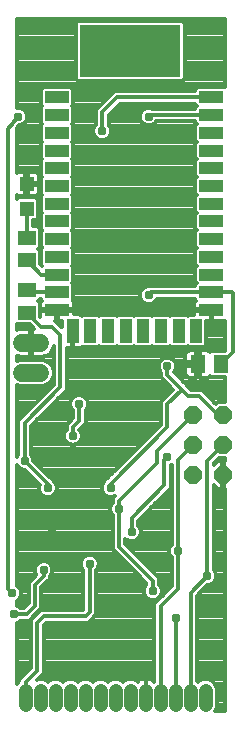
<source format=gbl>
G75*
%MOIN*%
%OFA0B0*%
%FSLAX25Y25*%
%IPPOS*%
%LPD*%
%AMOC8*
5,1,8,0,0,1.08239X$1,22.5*
%
%ADD10R,0.33600X0.17500*%
%ADD11OC8,0.06000*%
%ADD12C,0.04756*%
%ADD13C,0.06000*%
%ADD14R,0.07874X0.03937*%
%ADD15R,0.03937X0.07874*%
%ADD16R,0.05118X0.05906*%
%ADD17R,0.05906X0.05118*%
%ADD18R,0.04724X0.04724*%
%ADD19C,0.01400*%
%ADD20C,0.02900*%
%ADD21C,0.03100*%
D10*
X0063394Y0241730D03*
D11*
X0084350Y0120406D03*
X0084350Y0110406D03*
X0084350Y0100406D03*
X0094350Y0100406D03*
X0094350Y0110406D03*
X0094350Y0120406D03*
D12*
X0088559Y0028471D02*
X0088559Y0023715D01*
X0083559Y0023715D02*
X0083559Y0028471D01*
X0078559Y0028471D02*
X0078559Y0023715D01*
X0073559Y0023715D02*
X0073559Y0028471D01*
X0068559Y0028471D02*
X0068559Y0023715D01*
X0063559Y0023715D02*
X0063559Y0028471D01*
X0058559Y0028471D02*
X0058559Y0023715D01*
X0053559Y0023715D02*
X0053559Y0028471D01*
X0048559Y0028471D02*
X0048559Y0023715D01*
X0043559Y0023715D02*
X0043559Y0028471D01*
X0038559Y0028471D02*
X0038559Y0023715D01*
X0033559Y0023715D02*
X0033559Y0028471D01*
X0028559Y0028471D02*
X0028559Y0023715D01*
D13*
X0027439Y0134479D02*
X0033439Y0134479D01*
X0033439Y0144479D02*
X0027439Y0144479D01*
D14*
X0039042Y0155391D03*
X0039042Y0161297D03*
X0039042Y0167202D03*
X0039042Y0173108D03*
X0039042Y0179013D03*
X0039042Y0184919D03*
X0039042Y0190824D03*
X0039042Y0196730D03*
X0039042Y0202635D03*
X0039042Y0208541D03*
X0039042Y0214446D03*
X0039042Y0220352D03*
X0039042Y0226257D03*
X0090448Y0226257D03*
X0090448Y0220352D03*
X0090448Y0214446D03*
X0090448Y0208541D03*
X0090448Y0202635D03*
X0090448Y0196730D03*
X0090448Y0190824D03*
X0090448Y0184919D03*
X0090448Y0179013D03*
X0090448Y0173108D03*
X0090448Y0167202D03*
X0090448Y0161297D03*
X0090448Y0155391D03*
D15*
X0085448Y0148344D03*
X0079542Y0148344D03*
X0073637Y0148344D03*
X0067731Y0148344D03*
X0061826Y0148344D03*
X0055920Y0148344D03*
X0050015Y0148344D03*
X0044161Y0148344D03*
D16*
X0086054Y0137365D03*
X0093535Y0137365D03*
D17*
X0028979Y0154540D03*
X0028979Y0162020D03*
X0028909Y0172040D03*
X0028909Y0179520D03*
D18*
X0028894Y0189146D03*
X0028894Y0197414D03*
D19*
X0029376Y0197288D02*
X0033705Y0197288D01*
X0032957Y0196933D02*
X0032957Y0194828D01*
X0032841Y0194395D01*
X0032617Y0194008D01*
X0032300Y0193691D01*
X0031913Y0193468D01*
X0031480Y0193352D01*
X0029376Y0193352D01*
X0029376Y0196933D01*
X0029376Y0197895D01*
X0032957Y0197895D01*
X0032957Y0200000D01*
X0032841Y0200432D01*
X0032617Y0200820D01*
X0032300Y0201136D01*
X0031913Y0201360D01*
X0031480Y0201476D01*
X0029376Y0201476D01*
X0029376Y0197895D01*
X0028413Y0197895D01*
X0028413Y0201476D01*
X0026308Y0201476D01*
X0025876Y0201360D01*
X0025554Y0201174D01*
X0025554Y0215952D01*
X0026370Y0216930D01*
X0026681Y0216930D01*
X0027765Y0217379D01*
X0028595Y0218209D01*
X0029044Y0219293D01*
X0029044Y0220467D01*
X0028595Y0221551D01*
X0027765Y0222381D01*
X0026681Y0222830D01*
X0025554Y0222830D01*
X0025554Y0252337D01*
X0094894Y0252337D01*
X0094894Y0229626D01*
X0085931Y0229626D01*
X0085111Y0228806D01*
X0085111Y0228357D01*
X0058202Y0228357D01*
X0056972Y0227127D01*
X0051994Y0222150D01*
X0051994Y0217052D01*
X0051594Y0216651D01*
X0051144Y0215567D01*
X0051144Y0214393D01*
X0051594Y0213309D01*
X0052423Y0212479D01*
X0053508Y0212030D01*
X0054681Y0212030D01*
X0055765Y0212479D01*
X0056595Y0213309D01*
X0057044Y0214393D01*
X0057044Y0215567D01*
X0056595Y0216651D01*
X0056194Y0217052D01*
X0056194Y0220410D01*
X0059941Y0224157D01*
X0085111Y0224157D01*
X0085111Y0223709D01*
X0085515Y0223304D01*
X0085111Y0222900D01*
X0085111Y0222452D01*
X0070995Y0222452D01*
X0070081Y0222830D01*
X0068908Y0222830D01*
X0067823Y0222381D01*
X0066994Y0221551D01*
X0066544Y0220467D01*
X0066544Y0219293D01*
X0066994Y0218209D01*
X0067823Y0217379D01*
X0068908Y0216930D01*
X0070081Y0216930D01*
X0071165Y0217379D01*
X0071995Y0218209D01*
X0072013Y0218252D01*
X0085111Y0218252D01*
X0085111Y0217803D01*
X0085515Y0217399D01*
X0085111Y0216995D01*
X0085111Y0211898D01*
X0085515Y0211493D01*
X0085111Y0211089D01*
X0085111Y0205992D01*
X0085515Y0205588D01*
X0085111Y0205184D01*
X0085111Y0200087D01*
X0085515Y0199682D01*
X0085111Y0199278D01*
X0085111Y0194181D01*
X0085515Y0193777D01*
X0085111Y0193373D01*
X0085111Y0188276D01*
X0085515Y0187871D01*
X0085111Y0187467D01*
X0085111Y0182370D01*
X0085515Y0181966D01*
X0085111Y0181561D01*
X0085111Y0176465D01*
X0085515Y0176060D01*
X0085111Y0175656D01*
X0085111Y0170559D01*
X0085515Y0170155D01*
X0085111Y0169750D01*
X0085111Y0164654D01*
X0085515Y0164249D01*
X0085111Y0163845D01*
X0085111Y0163397D01*
X0069541Y0163397D01*
X0069475Y0163330D01*
X0068908Y0163330D01*
X0067823Y0162881D01*
X0066994Y0162051D01*
X0066544Y0160967D01*
X0066544Y0159793D01*
X0066994Y0158709D01*
X0067823Y0157879D01*
X0068908Y0157430D01*
X0070081Y0157430D01*
X0071165Y0157879D01*
X0071995Y0158709D01*
X0072197Y0159197D01*
X0085111Y0159197D01*
X0085111Y0158748D01*
X0085303Y0158556D01*
X0085151Y0158403D01*
X0084927Y0158016D01*
X0084811Y0157583D01*
X0084811Y0155675D01*
X0090164Y0155675D01*
X0090164Y0155107D01*
X0090732Y0155107D01*
X0090732Y0151723D01*
X0094609Y0151723D01*
X0094894Y0151799D01*
X0094894Y0141718D01*
X0090396Y0141718D01*
X0089998Y0141320D01*
X0089974Y0141362D01*
X0089657Y0141678D01*
X0089269Y0141902D01*
X0088837Y0142018D01*
X0086634Y0142018D01*
X0086634Y0137945D01*
X0085475Y0137945D01*
X0085475Y0142018D01*
X0083271Y0142018D01*
X0082839Y0141902D01*
X0082451Y0141678D01*
X0082135Y0141362D01*
X0081911Y0140974D01*
X0081795Y0140542D01*
X0081795Y0137945D01*
X0085475Y0137945D01*
X0085475Y0136786D01*
X0081795Y0136786D01*
X0081795Y0134188D01*
X0081911Y0133756D01*
X0082135Y0133368D01*
X0082451Y0133052D01*
X0082839Y0132828D01*
X0083271Y0132712D01*
X0085475Y0132712D01*
X0085475Y0136785D01*
X0086634Y0136785D01*
X0086634Y0132712D01*
X0088837Y0132712D01*
X0089269Y0132828D01*
X0089657Y0133052D01*
X0089974Y0133368D01*
X0089998Y0133410D01*
X0090396Y0133012D01*
X0094894Y0133012D01*
X0094894Y0124806D01*
X0092527Y0124806D01*
X0091883Y0124162D01*
X0088394Y0127650D01*
X0087164Y0128880D01*
X0083664Y0128880D01*
X0081564Y0130980D01*
X0077965Y0134579D01*
X0078295Y0134909D01*
X0078744Y0135993D01*
X0078744Y0137167D01*
X0078295Y0138251D01*
X0077465Y0139081D01*
X0076381Y0139530D01*
X0075208Y0139530D01*
X0074123Y0139081D01*
X0073294Y0138251D01*
X0072844Y0137167D01*
X0072844Y0135993D01*
X0073294Y0134909D01*
X0073694Y0134508D01*
X0073694Y0132910D01*
X0077725Y0128880D01*
X0073694Y0124850D01*
X0073694Y0117150D01*
X0054794Y0098250D01*
X0054794Y0098052D01*
X0054394Y0097651D01*
X0053944Y0096567D01*
X0053944Y0095393D01*
X0054394Y0094309D01*
X0055223Y0093479D01*
X0056308Y0093030D01*
X0057481Y0093030D01*
X0058323Y0093379D01*
X0057594Y0092650D01*
X0057594Y0091052D01*
X0057194Y0090651D01*
X0056744Y0089567D01*
X0056744Y0088393D01*
X0057194Y0087309D01*
X0057594Y0086908D01*
X0057594Y0075510D01*
X0058825Y0074280D01*
X0068794Y0064310D01*
X0068794Y0063752D01*
X0068394Y0063351D01*
X0067944Y0062267D01*
X0067944Y0061093D01*
X0068394Y0060009D01*
X0069223Y0059179D01*
X0070308Y0058730D01*
X0071481Y0058730D01*
X0072565Y0059179D01*
X0073395Y0060009D01*
X0073844Y0061093D01*
X0073844Y0062267D01*
X0073395Y0063351D01*
X0072994Y0063752D01*
X0072994Y0066050D01*
X0061794Y0077250D01*
X0061794Y0079208D01*
X0062223Y0078779D01*
X0063308Y0078330D01*
X0064481Y0078330D01*
X0065565Y0078779D01*
X0066395Y0079609D01*
X0066844Y0080693D01*
X0066844Y0081867D01*
X0066395Y0082951D01*
X0065994Y0083352D01*
X0065994Y0085210D01*
X0075664Y0094880D01*
X0075664Y0094880D01*
X0076894Y0096110D01*
X0076894Y0103743D01*
X0077194Y0103867D01*
X0077194Y0077052D01*
X0076794Y0076651D01*
X0076344Y0075567D01*
X0076344Y0074393D01*
X0076794Y0073309D01*
X0077194Y0072908D01*
X0077194Y0063250D01*
X0071459Y0057514D01*
X0071459Y0031690D01*
X0071419Y0031673D01*
X0071271Y0031526D01*
X0071216Y0031581D01*
X0070696Y0031958D01*
X0070124Y0032250D01*
X0069514Y0032448D01*
X0068880Y0032549D01*
X0068559Y0032549D01*
X0068559Y0026093D01*
X0068559Y0026093D01*
X0068559Y0032549D01*
X0068238Y0032549D01*
X0067604Y0032448D01*
X0066994Y0032250D01*
X0066422Y0031958D01*
X0065902Y0031581D01*
X0065847Y0031526D01*
X0065699Y0031673D01*
X0064310Y0032249D01*
X0062807Y0032249D01*
X0061419Y0031673D01*
X0061059Y0031313D01*
X0060699Y0031673D01*
X0059310Y0032249D01*
X0057807Y0032249D01*
X0056419Y0031673D01*
X0056059Y0031313D01*
X0055699Y0031673D01*
X0054310Y0032249D01*
X0052807Y0032249D01*
X0051419Y0031673D01*
X0051059Y0031313D01*
X0050699Y0031673D01*
X0049310Y0032249D01*
X0047807Y0032249D01*
X0046419Y0031673D01*
X0046059Y0031313D01*
X0045699Y0031673D01*
X0044310Y0032249D01*
X0042807Y0032249D01*
X0041419Y0031673D01*
X0041059Y0031313D01*
X0040699Y0031673D01*
X0039310Y0032249D01*
X0037807Y0032249D01*
X0036419Y0031673D01*
X0036059Y0031313D01*
X0035699Y0031673D01*
X0034310Y0032249D01*
X0032807Y0032249D01*
X0032338Y0032054D01*
X0033264Y0032980D01*
X0034494Y0034210D01*
X0034494Y0050310D01*
X0035364Y0051180D01*
X0049364Y0051180D01*
X0050594Y0052410D01*
X0051994Y0053810D01*
X0051994Y0068708D01*
X0052395Y0069109D01*
X0052844Y0070193D01*
X0052844Y0071367D01*
X0052395Y0072451D01*
X0051565Y0073281D01*
X0050481Y0073730D01*
X0049308Y0073730D01*
X0048223Y0073281D01*
X0047394Y0072451D01*
X0046944Y0071367D01*
X0046944Y0070193D01*
X0047394Y0069109D01*
X0047794Y0068708D01*
X0047794Y0055550D01*
X0047625Y0055380D01*
X0033625Y0055380D01*
X0030294Y0052050D01*
X0030294Y0035950D01*
X0026459Y0032114D01*
X0026459Y0031690D01*
X0026419Y0031673D01*
X0025554Y0030809D01*
X0025554Y0051143D01*
X0026365Y0051479D01*
X0026766Y0051880D01*
X0029764Y0051880D01*
X0030994Y0053110D01*
X0033794Y0055910D01*
X0033794Y0062910D01*
X0036594Y0065710D01*
X0036594Y0066608D01*
X0036995Y0067009D01*
X0037444Y0068093D01*
X0037444Y0069267D01*
X0036995Y0070351D01*
X0036165Y0071181D01*
X0035081Y0071630D01*
X0033908Y0071630D01*
X0032823Y0071181D01*
X0031994Y0070351D01*
X0031544Y0069267D01*
X0031544Y0068093D01*
X0031982Y0067037D01*
X0030825Y0065880D01*
X0029594Y0064650D01*
X0029594Y0057650D01*
X0028025Y0056080D01*
X0026766Y0056080D01*
X0026365Y0056481D01*
X0025554Y0056817D01*
X0025554Y0058433D01*
X0025665Y0058479D01*
X0026495Y0059309D01*
X0026944Y0060393D01*
X0026944Y0061567D01*
X0026495Y0062651D01*
X0025665Y0063481D01*
X0025554Y0063527D01*
X0025554Y0103745D01*
X0025694Y0103409D01*
X0026523Y0102579D01*
X0027608Y0102130D01*
X0028175Y0102130D01*
X0033177Y0097128D01*
X0032944Y0096567D01*
X0032944Y0095393D01*
X0033394Y0094309D01*
X0034223Y0093479D01*
X0035308Y0093030D01*
X0036481Y0093030D01*
X0037565Y0093479D01*
X0038395Y0094309D01*
X0038844Y0095393D01*
X0038844Y0096567D01*
X0038395Y0097651D01*
X0037994Y0098052D01*
X0037994Y0098250D01*
X0031144Y0105100D01*
X0031144Y0105667D01*
X0030695Y0106751D01*
X0030294Y0107152D01*
X0030294Y0116810D01*
X0040964Y0127480D01*
X0042194Y0128710D01*
X0042194Y0142707D01*
X0043876Y0142707D01*
X0043876Y0148059D01*
X0044445Y0148059D01*
X0044445Y0142707D01*
X0046353Y0142707D01*
X0046785Y0142823D01*
X0047173Y0143046D01*
X0047300Y0143173D01*
X0047466Y0143007D01*
X0052563Y0143007D01*
X0052968Y0143411D01*
X0053372Y0143007D01*
X0058469Y0143007D01*
X0058873Y0143411D01*
X0059277Y0143007D01*
X0064374Y0143007D01*
X0064779Y0143411D01*
X0065183Y0143007D01*
X0070280Y0143007D01*
X0070684Y0143411D01*
X0071089Y0143007D01*
X0076185Y0143007D01*
X0076590Y0143411D01*
X0076994Y0143007D01*
X0082091Y0143007D01*
X0082495Y0143411D01*
X0082900Y0143007D01*
X0087996Y0143007D01*
X0088816Y0143827D01*
X0088816Y0151723D01*
X0090164Y0151723D01*
X0090164Y0155107D01*
X0084811Y0155107D01*
X0084811Y0153681D01*
X0082900Y0153681D01*
X0082495Y0153276D01*
X0082091Y0153681D01*
X0076994Y0153681D01*
X0076590Y0153276D01*
X0076185Y0153681D01*
X0071089Y0153681D01*
X0070684Y0153276D01*
X0070280Y0153681D01*
X0065183Y0153681D01*
X0064779Y0153276D01*
X0064374Y0153681D01*
X0059277Y0153681D01*
X0058873Y0153276D01*
X0058469Y0153681D01*
X0053372Y0153681D01*
X0052968Y0153276D01*
X0052563Y0153681D01*
X0047466Y0153681D01*
X0047300Y0153514D01*
X0047173Y0153641D01*
X0046785Y0153865D01*
X0046353Y0153981D01*
X0044679Y0153981D01*
X0044679Y0155107D01*
X0039327Y0155107D01*
X0039327Y0155675D01*
X0044679Y0155675D01*
X0044679Y0157583D01*
X0044564Y0158016D01*
X0044340Y0158403D01*
X0044187Y0158556D01*
X0044379Y0158748D01*
X0044379Y0163845D01*
X0043975Y0164249D01*
X0044379Y0164654D01*
X0044379Y0169750D01*
X0043975Y0170155D01*
X0044379Y0170559D01*
X0044379Y0175656D01*
X0043975Y0176060D01*
X0044379Y0176465D01*
X0044379Y0181561D01*
X0043975Y0181966D01*
X0044379Y0182370D01*
X0044379Y0187467D01*
X0043975Y0187871D01*
X0044379Y0188276D01*
X0044379Y0193373D01*
X0043975Y0193777D01*
X0044379Y0194181D01*
X0044379Y0199278D01*
X0043975Y0199682D01*
X0044379Y0200087D01*
X0044379Y0205184D01*
X0043975Y0205588D01*
X0044379Y0205992D01*
X0044379Y0211089D01*
X0043975Y0211493D01*
X0044379Y0211898D01*
X0044379Y0216995D01*
X0043975Y0217399D01*
X0044379Y0217803D01*
X0044379Y0222900D01*
X0043975Y0223304D01*
X0044379Y0223709D01*
X0044379Y0228806D01*
X0043559Y0229626D01*
X0034526Y0229626D01*
X0033705Y0228806D01*
X0033705Y0223709D01*
X0034110Y0223304D01*
X0033705Y0222900D01*
X0033705Y0217803D01*
X0034110Y0217399D01*
X0033705Y0216995D01*
X0033705Y0211898D01*
X0034110Y0211493D01*
X0033705Y0211089D01*
X0033705Y0205992D01*
X0034110Y0205588D01*
X0033705Y0205184D01*
X0033705Y0200087D01*
X0034110Y0199682D01*
X0033705Y0199278D01*
X0033705Y0194181D01*
X0034110Y0193777D01*
X0033705Y0193373D01*
X0033705Y0188276D01*
X0034110Y0187871D01*
X0033705Y0187467D01*
X0033705Y0182370D01*
X0034110Y0181966D01*
X0033705Y0181561D01*
X0033705Y0176465D01*
X0034110Y0176060D01*
X0033705Y0175656D01*
X0033705Y0170559D01*
X0034110Y0170155D01*
X0033937Y0169982D01*
X0033262Y0170657D01*
X0033262Y0175179D01*
X0032661Y0175780D01*
X0033262Y0176381D01*
X0033262Y0182659D01*
X0032442Y0183479D01*
X0031009Y0183479D01*
X0031009Y0185384D01*
X0031837Y0185384D01*
X0032657Y0186204D01*
X0032657Y0192088D01*
X0031837Y0192908D01*
X0025952Y0192908D01*
X0025554Y0192510D01*
X0025554Y0193653D01*
X0025876Y0193468D01*
X0026308Y0193352D01*
X0028413Y0193352D01*
X0028413Y0196933D01*
X0029376Y0196933D01*
X0032957Y0196933D01*
X0032957Y0195889D02*
X0033705Y0195889D01*
X0033705Y0194491D02*
X0032866Y0194491D01*
X0033705Y0193092D02*
X0025554Y0193092D01*
X0028413Y0194491D02*
X0029376Y0194491D01*
X0029376Y0195889D02*
X0028413Y0195889D01*
X0028413Y0198686D02*
X0029376Y0198686D01*
X0029376Y0200085D02*
X0028413Y0200085D01*
X0025554Y0201484D02*
X0033705Y0201484D01*
X0033705Y0202882D02*
X0025554Y0202882D01*
X0025554Y0204281D02*
X0033705Y0204281D01*
X0034019Y0205679D02*
X0025554Y0205679D01*
X0025554Y0207078D02*
X0033705Y0207078D01*
X0033705Y0208476D02*
X0025554Y0208476D01*
X0025554Y0209875D02*
X0033705Y0209875D01*
X0033889Y0211273D02*
X0025554Y0211273D01*
X0025554Y0212672D02*
X0033705Y0212672D01*
X0033705Y0214070D02*
X0025554Y0214070D01*
X0025554Y0215469D02*
X0033705Y0215469D01*
X0033705Y0216867D02*
X0026317Y0216867D01*
X0026094Y0219880D02*
X0022594Y0215680D01*
X0022594Y0062380D01*
X0023994Y0060980D01*
X0026115Y0063031D02*
X0029594Y0063031D01*
X0029594Y0064429D02*
X0025554Y0064429D01*
X0025554Y0065828D02*
X0030772Y0065828D01*
X0031903Y0067226D02*
X0025554Y0067226D01*
X0025554Y0068625D02*
X0031544Y0068625D01*
X0031858Y0070023D02*
X0025554Y0070023D01*
X0025554Y0071422D02*
X0033405Y0071422D01*
X0034494Y0068680D02*
X0034494Y0066580D01*
X0031694Y0063780D01*
X0031694Y0056780D01*
X0028894Y0053980D01*
X0024694Y0053980D01*
X0025554Y0050444D02*
X0030294Y0050444D01*
X0030294Y0049046D02*
X0025554Y0049046D01*
X0025554Y0047647D02*
X0030294Y0047647D01*
X0030294Y0046249D02*
X0025554Y0046249D01*
X0025554Y0044850D02*
X0030294Y0044850D01*
X0030294Y0043452D02*
X0025554Y0043452D01*
X0025554Y0042053D02*
X0030294Y0042053D01*
X0030294Y0040655D02*
X0025554Y0040655D01*
X0025554Y0039256D02*
X0030294Y0039256D01*
X0030294Y0037858D02*
X0025554Y0037858D01*
X0025554Y0036459D02*
X0030294Y0036459D01*
X0029405Y0035061D02*
X0025554Y0035061D01*
X0025554Y0033662D02*
X0028007Y0033662D01*
X0026608Y0032264D02*
X0025554Y0032264D01*
X0025554Y0030865D02*
X0025611Y0030865D01*
X0028559Y0031245D02*
X0028559Y0026093D01*
X0028559Y0031245D02*
X0032394Y0035080D01*
X0032394Y0051180D01*
X0034494Y0053280D01*
X0048494Y0053280D01*
X0049894Y0054680D01*
X0049894Y0070780D01*
X0047763Y0072820D02*
X0025554Y0072820D01*
X0025554Y0074219D02*
X0058886Y0074219D01*
X0057594Y0075617D02*
X0025554Y0075617D01*
X0025554Y0077016D02*
X0057594Y0077016D01*
X0057594Y0078415D02*
X0025554Y0078415D01*
X0025554Y0079813D02*
X0057594Y0079813D01*
X0057594Y0081212D02*
X0025554Y0081212D01*
X0025554Y0082610D02*
X0057594Y0082610D01*
X0057594Y0084009D02*
X0025554Y0084009D01*
X0025554Y0085407D02*
X0057594Y0085407D01*
X0057594Y0086806D02*
X0025554Y0086806D01*
X0025554Y0088204D02*
X0056823Y0088204D01*
X0056759Y0089603D02*
X0025554Y0089603D01*
X0025554Y0091001D02*
X0057544Y0091001D01*
X0057594Y0092400D02*
X0025554Y0092400D01*
X0025554Y0093798D02*
X0033904Y0093798D01*
X0033026Y0095197D02*
X0025554Y0095197D01*
X0025554Y0096595D02*
X0032956Y0096595D01*
X0032311Y0097994D02*
X0025554Y0097994D01*
X0025554Y0099392D02*
X0030912Y0099392D01*
X0029514Y0100791D02*
X0025554Y0100791D01*
X0025554Y0102189D02*
X0027465Y0102189D01*
X0025619Y0103588D02*
X0025554Y0103588D01*
X0025554Y0106415D02*
X0025554Y0130498D01*
X0026564Y0130079D01*
X0034314Y0130079D01*
X0035932Y0130749D01*
X0037169Y0131987D01*
X0037839Y0133604D01*
X0037839Y0135354D01*
X0037169Y0136972D01*
X0035932Y0138209D01*
X0034314Y0138879D01*
X0026564Y0138879D01*
X0025554Y0138461D01*
X0025554Y0140165D01*
X0025635Y0140124D01*
X0026339Y0139895D01*
X0027069Y0139779D01*
X0030139Y0139779D01*
X0030139Y0144179D01*
X0030739Y0144179D01*
X0030739Y0139779D01*
X0033809Y0139779D01*
X0034540Y0139895D01*
X0035243Y0140124D01*
X0035903Y0140459D01*
X0036501Y0140894D01*
X0037024Y0141417D01*
X0037459Y0142016D01*
X0037795Y0142675D01*
X0037994Y0143289D01*
X0037994Y0130450D01*
X0026094Y0118550D01*
X0026094Y0107152D01*
X0025694Y0106751D01*
X0025554Y0106415D01*
X0025554Y0107783D02*
X0026094Y0107783D01*
X0026094Y0109182D02*
X0025554Y0109182D01*
X0025554Y0110580D02*
X0026094Y0110580D01*
X0026094Y0111979D02*
X0025554Y0111979D01*
X0025554Y0113377D02*
X0026094Y0113377D01*
X0026094Y0114776D02*
X0025554Y0114776D01*
X0025554Y0116174D02*
X0026094Y0116174D01*
X0026094Y0117573D02*
X0025554Y0117573D01*
X0025554Y0118971D02*
X0026516Y0118971D01*
X0025554Y0120370D02*
X0027914Y0120370D01*
X0029313Y0121768D02*
X0025554Y0121768D01*
X0025554Y0123167D02*
X0030711Y0123167D01*
X0032110Y0124565D02*
X0025554Y0124565D01*
X0025554Y0125964D02*
X0033508Y0125964D01*
X0034907Y0127362D02*
X0025554Y0127362D01*
X0025554Y0128761D02*
X0036305Y0128761D01*
X0037704Y0130159D02*
X0034508Y0130159D01*
X0036741Y0131558D02*
X0037994Y0131558D01*
X0037994Y0132956D02*
X0037571Y0132956D01*
X0037839Y0134355D02*
X0037994Y0134355D01*
X0037994Y0135753D02*
X0037674Y0135753D01*
X0037994Y0137152D02*
X0036989Y0137152D01*
X0037994Y0138551D02*
X0035108Y0138551D01*
X0034706Y0139949D02*
X0037994Y0139949D01*
X0037994Y0141348D02*
X0036954Y0141348D01*
X0037818Y0142746D02*
X0037994Y0142746D01*
X0040094Y0147080D02*
X0037294Y0149880D01*
X0033639Y0149880D01*
X0028979Y0154540D01*
X0029969Y0150581D02*
X0031370Y0149179D01*
X0030739Y0149179D01*
X0030739Y0144779D01*
X0030139Y0144779D01*
X0030139Y0149179D01*
X0027069Y0149179D01*
X0026339Y0149063D01*
X0025635Y0148835D01*
X0025554Y0148794D01*
X0025554Y0150581D01*
X0029969Y0150581D01*
X0030811Y0149739D02*
X0025554Y0149739D01*
X0030139Y0148340D02*
X0030739Y0148340D01*
X0030739Y0146942D02*
X0030139Y0146942D01*
X0030139Y0145543D02*
X0030739Y0145543D01*
X0030739Y0144145D02*
X0030139Y0144145D01*
X0030139Y0142746D02*
X0030739Y0142746D01*
X0030739Y0141348D02*
X0030139Y0141348D01*
X0030139Y0139949D02*
X0030739Y0139949D01*
X0026172Y0139949D02*
X0025554Y0139949D01*
X0025554Y0138551D02*
X0025770Y0138551D01*
X0025554Y0130159D02*
X0026370Y0130159D01*
X0028194Y0117680D02*
X0040094Y0129580D01*
X0040094Y0147080D01*
X0040492Y0149652D02*
X0039394Y0150750D01*
X0038422Y0151723D01*
X0038758Y0151723D01*
X0038758Y0155107D01*
X0033405Y0155107D01*
X0033405Y0153199D01*
X0033448Y0153042D01*
X0033332Y0153157D01*
X0033332Y0157679D01*
X0032731Y0158280D01*
X0033332Y0158881D01*
X0033332Y0159197D01*
X0033705Y0159197D01*
X0033705Y0158748D01*
X0033898Y0158556D01*
X0033745Y0158403D01*
X0033521Y0158016D01*
X0033405Y0157583D01*
X0033405Y0155675D01*
X0038758Y0155675D01*
X0038758Y0155107D01*
X0039327Y0155107D01*
X0039327Y0151723D01*
X0040492Y0151723D01*
X0040492Y0149652D01*
X0040492Y0149739D02*
X0040406Y0149739D01*
X0040492Y0151137D02*
X0039007Y0151137D01*
X0038758Y0152536D02*
X0039327Y0152536D01*
X0039327Y0153934D02*
X0038758Y0153934D01*
X0038758Y0155333D02*
X0033332Y0155333D01*
X0033332Y0156731D02*
X0033405Y0156731D01*
X0033587Y0158130D02*
X0032881Y0158130D01*
X0033332Y0153934D02*
X0033405Y0153934D01*
X0029703Y0161297D02*
X0028979Y0162020D01*
X0029703Y0161297D02*
X0039042Y0161297D01*
X0039042Y0167202D02*
X0033747Y0167202D01*
X0028909Y0172040D01*
X0028909Y0179520D02*
X0028909Y0189131D01*
X0028894Y0189146D01*
X0031009Y0184701D02*
X0033705Y0184701D01*
X0033705Y0183303D02*
X0032618Y0183303D01*
X0033262Y0181904D02*
X0034048Y0181904D01*
X0033705Y0180506D02*
X0033262Y0180506D01*
X0033262Y0179107D02*
X0033705Y0179107D01*
X0033705Y0177709D02*
X0033262Y0177709D01*
X0033191Y0176310D02*
X0033860Y0176310D01*
X0033705Y0174912D02*
X0033262Y0174912D01*
X0033262Y0173513D02*
X0033705Y0173513D01*
X0033705Y0172115D02*
X0033262Y0172115D01*
X0033262Y0170716D02*
X0033705Y0170716D01*
X0033705Y0186100D02*
X0032552Y0186100D01*
X0032657Y0187498D02*
X0033737Y0187498D01*
X0033705Y0188897D02*
X0032657Y0188897D01*
X0032657Y0190295D02*
X0033705Y0190295D01*
X0033705Y0191694D02*
X0032657Y0191694D01*
X0032957Y0198686D02*
X0033705Y0198686D01*
X0033707Y0200085D02*
X0032934Y0200085D01*
X0033705Y0218266D02*
X0028619Y0218266D01*
X0029044Y0219664D02*
X0033705Y0219664D01*
X0033705Y0221063D02*
X0028798Y0221063D01*
X0027572Y0222461D02*
X0033705Y0222461D01*
X0033705Y0223860D02*
X0025554Y0223860D01*
X0025554Y0225258D02*
X0033705Y0225258D01*
X0033705Y0226657D02*
X0025554Y0226657D01*
X0025554Y0228055D02*
X0033705Y0228055D01*
X0034354Y0229454D02*
X0025554Y0229454D01*
X0025554Y0230852D02*
X0094894Y0230852D01*
X0094894Y0232251D02*
X0081445Y0232251D01*
X0081594Y0232400D02*
X0080774Y0231580D01*
X0046014Y0231580D01*
X0045194Y0232400D01*
X0045194Y0251060D01*
X0046014Y0251880D01*
X0080774Y0251880D01*
X0081594Y0251060D01*
X0081594Y0232400D01*
X0081594Y0233649D02*
X0094894Y0233649D01*
X0094894Y0235048D02*
X0081594Y0235048D01*
X0081594Y0236446D02*
X0094894Y0236446D01*
X0094894Y0237845D02*
X0081594Y0237845D01*
X0081594Y0239243D02*
X0094894Y0239243D01*
X0094894Y0240642D02*
X0081594Y0240642D01*
X0081594Y0242040D02*
X0094894Y0242040D01*
X0094894Y0243439D02*
X0081594Y0243439D01*
X0081594Y0244837D02*
X0094894Y0244837D01*
X0094894Y0246236D02*
X0081594Y0246236D01*
X0081594Y0247634D02*
X0094894Y0247634D01*
X0094894Y0249033D02*
X0081594Y0249033D01*
X0081594Y0250431D02*
X0094894Y0250431D01*
X0094894Y0251830D02*
X0080824Y0251830D01*
X0085759Y0229454D02*
X0043731Y0229454D01*
X0044379Y0228055D02*
X0057900Y0228055D01*
X0056501Y0226657D02*
X0044379Y0226657D01*
X0044379Y0225258D02*
X0055103Y0225258D01*
X0053704Y0223860D02*
X0044379Y0223860D01*
X0044379Y0222461D02*
X0052306Y0222461D01*
X0051994Y0221063D02*
X0044379Y0221063D01*
X0044379Y0219664D02*
X0051994Y0219664D01*
X0051994Y0218266D02*
X0044379Y0218266D01*
X0044379Y0216867D02*
X0051810Y0216867D01*
X0051144Y0215469D02*
X0044379Y0215469D01*
X0044379Y0214070D02*
X0051278Y0214070D01*
X0052231Y0212672D02*
X0044379Y0212672D01*
X0044195Y0211273D02*
X0085295Y0211273D01*
X0085111Y0209875D02*
X0044379Y0209875D01*
X0044379Y0208476D02*
X0085111Y0208476D01*
X0085111Y0207078D02*
X0044379Y0207078D01*
X0044066Y0205679D02*
X0085424Y0205679D01*
X0085111Y0204281D02*
X0044379Y0204281D01*
X0044379Y0202882D02*
X0085111Y0202882D01*
X0085111Y0201484D02*
X0044379Y0201484D01*
X0044378Y0200085D02*
X0085113Y0200085D01*
X0085111Y0198686D02*
X0044379Y0198686D01*
X0044379Y0197288D02*
X0085111Y0197288D01*
X0085111Y0195889D02*
X0044379Y0195889D01*
X0044379Y0194491D02*
X0085111Y0194491D01*
X0085111Y0193092D02*
X0044379Y0193092D01*
X0044379Y0191694D02*
X0085111Y0191694D01*
X0085111Y0190295D02*
X0044379Y0190295D01*
X0044379Y0188897D02*
X0085111Y0188897D01*
X0085142Y0187498D02*
X0044348Y0187498D01*
X0044379Y0186100D02*
X0085111Y0186100D01*
X0085111Y0184701D02*
X0044379Y0184701D01*
X0044379Y0183303D02*
X0085111Y0183303D01*
X0085454Y0181904D02*
X0044037Y0181904D01*
X0044379Y0180506D02*
X0085111Y0180506D01*
X0085111Y0179107D02*
X0044379Y0179107D01*
X0044379Y0177709D02*
X0085111Y0177709D01*
X0085265Y0176310D02*
X0044225Y0176310D01*
X0044379Y0174912D02*
X0085111Y0174912D01*
X0085111Y0173513D02*
X0044379Y0173513D01*
X0044379Y0172115D02*
X0085111Y0172115D01*
X0085111Y0170716D02*
X0044379Y0170716D01*
X0044379Y0169318D02*
X0085111Y0169318D01*
X0085111Y0167919D02*
X0044379Y0167919D01*
X0044379Y0166521D02*
X0085111Y0166521D01*
X0085111Y0165122D02*
X0044379Y0165122D01*
X0044379Y0163724D02*
X0085111Y0163724D01*
X0084993Y0158130D02*
X0071416Y0158130D01*
X0069494Y0160380D02*
X0070411Y0161297D01*
X0090448Y0161297D01*
X0097278Y0161297D01*
X0097494Y0161080D01*
X0097494Y0141325D01*
X0093535Y0137365D01*
X0094894Y0132956D02*
X0089492Y0132956D01*
X0087283Y0128761D02*
X0094894Y0128761D01*
X0094894Y0130159D02*
X0082385Y0130159D01*
X0080986Y0131558D02*
X0094894Y0131558D01*
X0094894Y0127362D02*
X0088682Y0127362D01*
X0088394Y0127650D02*
X0088394Y0127650D01*
X0090080Y0125964D02*
X0094894Y0125964D01*
X0092286Y0124565D02*
X0091479Y0124565D01*
X0091968Y0121106D02*
X0091968Y0120406D01*
X0094350Y0120406D01*
X0091968Y0121106D02*
X0086294Y0126780D01*
X0082794Y0126780D01*
X0080694Y0128880D01*
X0075794Y0123980D01*
X0075794Y0116280D01*
X0056894Y0097380D01*
X0056894Y0095980D01*
X0055937Y0099392D02*
X0036852Y0099392D01*
X0038053Y0097994D02*
X0054736Y0097994D01*
X0053956Y0096595D02*
X0038833Y0096595D01*
X0038763Y0095197D02*
X0054026Y0095197D01*
X0054904Y0093798D02*
X0037884Y0093798D01*
X0035894Y0095980D02*
X0035894Y0097380D01*
X0028194Y0105080D01*
X0028194Y0117680D01*
X0030294Y0116174D02*
X0042194Y0116174D01*
X0042194Y0115552D02*
X0042194Y0117150D01*
X0044294Y0119250D01*
X0044294Y0121908D01*
X0043894Y0122309D01*
X0043444Y0123393D01*
X0043444Y0124567D01*
X0043894Y0125651D01*
X0044723Y0126481D01*
X0045808Y0126930D01*
X0046981Y0126930D01*
X0048065Y0126481D01*
X0048895Y0125651D01*
X0049344Y0124567D01*
X0049344Y0123393D01*
X0048895Y0122309D01*
X0048494Y0121908D01*
X0048494Y0117510D01*
X0047264Y0116280D01*
X0046465Y0115481D01*
X0046795Y0115151D01*
X0047244Y0114067D01*
X0047244Y0112893D01*
X0046795Y0111809D01*
X0045965Y0110979D01*
X0044881Y0110530D01*
X0043708Y0110530D01*
X0042623Y0110979D01*
X0041794Y0111809D01*
X0041344Y0112893D01*
X0041344Y0114067D01*
X0041794Y0115151D01*
X0042194Y0115552D01*
X0041638Y0114776D02*
X0030294Y0114776D01*
X0030294Y0113377D02*
X0041344Y0113377D01*
X0041723Y0111979D02*
X0030294Y0111979D01*
X0030294Y0110580D02*
X0043586Y0110580D01*
X0045003Y0110580D02*
X0067125Y0110580D01*
X0065726Y0109182D02*
X0030294Y0109182D01*
X0030294Y0107783D02*
X0064328Y0107783D01*
X0062929Y0106385D02*
X0030847Y0106385D01*
X0031258Y0104986D02*
X0061531Y0104986D01*
X0060132Y0103588D02*
X0032657Y0103588D01*
X0034055Y0102189D02*
X0058734Y0102189D01*
X0057335Y0100791D02*
X0035454Y0100791D01*
X0031057Y0117573D02*
X0042617Y0117573D01*
X0044016Y0118971D02*
X0032456Y0118971D01*
X0033854Y0120370D02*
X0044294Y0120370D01*
X0044294Y0121768D02*
X0035253Y0121768D01*
X0036651Y0123167D02*
X0043538Y0123167D01*
X0043444Y0124565D02*
X0038050Y0124565D01*
X0039448Y0125964D02*
X0044206Y0125964D01*
X0046394Y0123980D02*
X0046394Y0118380D01*
X0044294Y0116280D01*
X0044294Y0113480D01*
X0047244Y0113377D02*
X0069922Y0113377D01*
X0068523Y0111979D02*
X0046866Y0111979D01*
X0046951Y0114776D02*
X0071320Y0114776D01*
X0072719Y0116174D02*
X0047159Y0116174D01*
X0048494Y0117573D02*
X0073694Y0117573D01*
X0073694Y0118971D02*
X0048494Y0118971D01*
X0048494Y0120370D02*
X0073694Y0120370D01*
X0073694Y0121768D02*
X0048494Y0121768D01*
X0049251Y0123167D02*
X0073694Y0123167D01*
X0073694Y0124565D02*
X0049344Y0124565D01*
X0048582Y0125964D02*
X0074808Y0125964D01*
X0076207Y0127362D02*
X0040847Y0127362D01*
X0042194Y0128761D02*
X0077605Y0128761D01*
X0076445Y0130159D02*
X0042194Y0130159D01*
X0042194Y0131558D02*
X0075047Y0131558D01*
X0073694Y0132956D02*
X0042194Y0132956D01*
X0042194Y0134355D02*
X0073694Y0134355D01*
X0072944Y0135753D02*
X0042194Y0135753D01*
X0042194Y0137152D02*
X0072844Y0137152D01*
X0073593Y0138551D02*
X0042194Y0138551D01*
X0042194Y0139949D02*
X0081795Y0139949D01*
X0081795Y0138551D02*
X0077996Y0138551D01*
X0078744Y0137152D02*
X0085475Y0137152D01*
X0085475Y0138551D02*
X0086634Y0138551D01*
X0086634Y0139949D02*
X0085475Y0139949D01*
X0085475Y0141348D02*
X0086634Y0141348D01*
X0088816Y0144145D02*
X0094894Y0144145D01*
X0094894Y0145543D02*
X0088816Y0145543D01*
X0088816Y0146942D02*
X0094894Y0146942D01*
X0094894Y0148340D02*
X0088816Y0148340D01*
X0088816Y0149739D02*
X0094894Y0149739D01*
X0094894Y0151137D02*
X0088816Y0151137D01*
X0090164Y0152536D02*
X0090732Y0152536D01*
X0090732Y0153934D02*
X0090164Y0153934D01*
X0090164Y0155333D02*
X0039327Y0155333D01*
X0043876Y0146942D02*
X0044445Y0146942D01*
X0044445Y0145543D02*
X0043876Y0145543D01*
X0043876Y0144145D02*
X0044445Y0144145D01*
X0044445Y0142746D02*
X0043876Y0142746D01*
X0042194Y0141348D02*
X0082127Y0141348D01*
X0081795Y0135753D02*
X0078645Y0135753D01*
X0078189Y0134355D02*
X0081795Y0134355D01*
X0082617Y0132956D02*
X0079588Y0132956D01*
X0075794Y0133780D02*
X0080694Y0128880D01*
X0084350Y0120406D02*
X0072294Y0108351D01*
X0072294Y0104380D01*
X0059694Y0091780D01*
X0059694Y0088980D01*
X0059694Y0076380D01*
X0070894Y0065180D01*
X0070894Y0061680D01*
X0070053Y0058835D02*
X0051994Y0058835D01*
X0051994Y0057437D02*
X0071459Y0057437D01*
X0071459Y0056038D02*
X0051994Y0056038D01*
X0051994Y0054640D02*
X0071459Y0054640D01*
X0071459Y0053241D02*
X0051426Y0053241D01*
X0050027Y0051843D02*
X0071459Y0051843D01*
X0071459Y0050444D02*
X0034629Y0050444D01*
X0034494Y0049046D02*
X0071459Y0049046D01*
X0071459Y0047647D02*
X0034494Y0047647D01*
X0034494Y0046249D02*
X0071459Y0046249D01*
X0071459Y0044850D02*
X0034494Y0044850D01*
X0034494Y0043452D02*
X0071459Y0043452D01*
X0071459Y0042053D02*
X0034494Y0042053D01*
X0034494Y0040655D02*
X0071459Y0040655D01*
X0071459Y0039256D02*
X0034494Y0039256D01*
X0034494Y0037858D02*
X0071459Y0037858D01*
X0071459Y0036459D02*
X0034494Y0036459D01*
X0034494Y0035061D02*
X0071459Y0035061D01*
X0071459Y0033662D02*
X0033946Y0033662D01*
X0032548Y0032264D02*
X0067036Y0032264D01*
X0068559Y0032264D02*
X0068559Y0032264D01*
X0068559Y0030865D02*
X0068559Y0030865D01*
X0068559Y0029467D02*
X0068559Y0029467D01*
X0068559Y0028068D02*
X0068559Y0028068D01*
X0068559Y0026670D02*
X0068559Y0026670D01*
X0070082Y0032264D02*
X0071459Y0032264D01*
X0073559Y0026093D02*
X0073559Y0056645D01*
X0079294Y0062380D01*
X0079294Y0074980D01*
X0079294Y0105351D01*
X0084350Y0110406D01*
X0089094Y0105151D02*
X0089094Y0066580D01*
X0083559Y0061045D01*
X0083559Y0026093D01*
X0086059Y0031313D02*
X0085699Y0031673D01*
X0085659Y0031690D01*
X0085659Y0060175D01*
X0089114Y0063630D01*
X0089681Y0063630D01*
X0090765Y0064079D01*
X0091595Y0064909D01*
X0092044Y0065993D01*
X0092044Y0067167D01*
X0091595Y0068251D01*
X0091194Y0068652D01*
X0091194Y0096914D01*
X0092403Y0095706D01*
X0094049Y0095706D01*
X0094049Y0100106D01*
X0094650Y0100106D01*
X0094650Y0095706D01*
X0094894Y0095706D01*
X0094894Y0021580D01*
X0091764Y0021580D01*
X0092337Y0022963D01*
X0092337Y0029222D01*
X0091762Y0030611D01*
X0090699Y0031673D01*
X0089310Y0032249D01*
X0087807Y0032249D01*
X0086419Y0031673D01*
X0086059Y0031313D01*
X0085659Y0032264D02*
X0094894Y0032264D01*
X0094894Y0033662D02*
X0085659Y0033662D01*
X0085659Y0035061D02*
X0094894Y0035061D01*
X0094894Y0036459D02*
X0085659Y0036459D01*
X0085659Y0037858D02*
X0094894Y0037858D01*
X0094894Y0039256D02*
X0085659Y0039256D01*
X0085659Y0040655D02*
X0094894Y0040655D01*
X0094894Y0042053D02*
X0085659Y0042053D01*
X0085659Y0043452D02*
X0094894Y0043452D01*
X0094894Y0044850D02*
X0085659Y0044850D01*
X0085659Y0046249D02*
X0094894Y0046249D01*
X0094894Y0047647D02*
X0085659Y0047647D01*
X0085659Y0049046D02*
X0094894Y0049046D01*
X0094894Y0050444D02*
X0085659Y0050444D01*
X0085659Y0051843D02*
X0094894Y0051843D01*
X0094894Y0053241D02*
X0085659Y0053241D01*
X0085659Y0054640D02*
X0094894Y0054640D01*
X0094894Y0056038D02*
X0085659Y0056038D01*
X0085659Y0057437D02*
X0094894Y0057437D01*
X0094894Y0058835D02*
X0085659Y0058835D01*
X0085718Y0060234D02*
X0094894Y0060234D01*
X0094894Y0061632D02*
X0087117Y0061632D01*
X0088515Y0063031D02*
X0094894Y0063031D01*
X0094894Y0064429D02*
X0091116Y0064429D01*
X0091976Y0065828D02*
X0094894Y0065828D01*
X0094894Y0067226D02*
X0092020Y0067226D01*
X0091221Y0068625D02*
X0094894Y0068625D01*
X0094894Y0070023D02*
X0091194Y0070023D01*
X0091194Y0071422D02*
X0094894Y0071422D01*
X0094894Y0072820D02*
X0091194Y0072820D01*
X0091194Y0074219D02*
X0094894Y0074219D01*
X0094894Y0075617D02*
X0091194Y0075617D01*
X0091194Y0077016D02*
X0094894Y0077016D01*
X0094894Y0078415D02*
X0091194Y0078415D01*
X0091194Y0079813D02*
X0094894Y0079813D01*
X0094894Y0081212D02*
X0091194Y0081212D01*
X0091194Y0082610D02*
X0094894Y0082610D01*
X0094894Y0084009D02*
X0091194Y0084009D01*
X0091194Y0085407D02*
X0094894Y0085407D01*
X0094894Y0086806D02*
X0091194Y0086806D01*
X0091194Y0088204D02*
X0094894Y0088204D01*
X0094894Y0089603D02*
X0091194Y0089603D01*
X0091194Y0091001D02*
X0094894Y0091001D01*
X0094894Y0092400D02*
X0091194Y0092400D01*
X0091194Y0093798D02*
X0094894Y0093798D01*
X0094894Y0095197D02*
X0091194Y0095197D01*
X0091194Y0096595D02*
X0091514Y0096595D01*
X0094049Y0096595D02*
X0094650Y0096595D01*
X0094650Y0097994D02*
X0094049Y0097994D01*
X0094049Y0099392D02*
X0094650Y0099392D01*
X0094650Y0100706D02*
X0094049Y0100706D01*
X0094049Y0105106D01*
X0092403Y0105106D01*
X0091194Y0103898D01*
X0091194Y0104281D01*
X0092919Y0106006D01*
X0094894Y0106006D01*
X0094894Y0105106D01*
X0094650Y0105106D01*
X0094650Y0100706D01*
X0094650Y0100791D02*
X0094049Y0100791D01*
X0094049Y0102189D02*
X0094650Y0102189D01*
X0094650Y0103588D02*
X0094049Y0103588D01*
X0094049Y0104986D02*
X0094650Y0104986D01*
X0092283Y0104986D02*
X0091900Y0104986D01*
X0089094Y0105151D02*
X0094350Y0110406D01*
X0086634Y0132956D02*
X0085475Y0132956D01*
X0085475Y0134355D02*
X0086634Y0134355D01*
X0086634Y0135753D02*
X0085475Y0135753D01*
X0089982Y0141348D02*
X0090025Y0141348D01*
X0094894Y0142746D02*
X0046499Y0142746D01*
X0046527Y0153934D02*
X0084811Y0153934D01*
X0084811Y0156731D02*
X0044679Y0156731D01*
X0044498Y0158130D02*
X0067573Y0158130D01*
X0066654Y0159528D02*
X0044379Y0159528D01*
X0044379Y0160927D02*
X0066544Y0160927D01*
X0067268Y0162325D02*
X0044379Y0162325D01*
X0055958Y0212672D02*
X0085111Y0212672D01*
X0085111Y0214070D02*
X0056911Y0214070D01*
X0057044Y0215469D02*
X0085111Y0215469D01*
X0085111Y0216867D02*
X0056379Y0216867D01*
X0056194Y0218266D02*
X0066970Y0218266D01*
X0066544Y0219664D02*
X0056194Y0219664D01*
X0056847Y0221063D02*
X0066791Y0221063D01*
X0068017Y0222461D02*
X0058245Y0222461D01*
X0059644Y0223860D02*
X0085111Y0223860D01*
X0085111Y0222461D02*
X0070972Y0222461D01*
X0069966Y0220352D02*
X0090448Y0220352D01*
X0090448Y0226257D02*
X0059072Y0226257D01*
X0054094Y0221280D01*
X0054094Y0214980D01*
X0045344Y0232251D02*
X0025554Y0232251D01*
X0025554Y0233649D02*
X0045194Y0233649D01*
X0045194Y0235048D02*
X0025554Y0235048D01*
X0025554Y0236446D02*
X0045194Y0236446D01*
X0045194Y0237845D02*
X0025554Y0237845D01*
X0025554Y0239243D02*
X0045194Y0239243D01*
X0045194Y0240642D02*
X0025554Y0240642D01*
X0025554Y0242040D02*
X0045194Y0242040D01*
X0045194Y0243439D02*
X0025554Y0243439D01*
X0025554Y0244837D02*
X0045194Y0244837D01*
X0045194Y0246236D02*
X0025554Y0246236D01*
X0025554Y0247634D02*
X0045194Y0247634D01*
X0045194Y0249033D02*
X0025554Y0249033D01*
X0025554Y0250431D02*
X0045194Y0250431D01*
X0045964Y0251830D02*
X0025554Y0251830D01*
X0069494Y0219880D02*
X0069496Y0219921D01*
X0069501Y0219962D01*
X0069510Y0220002D01*
X0069522Y0220041D01*
X0069538Y0220079D01*
X0069557Y0220116D01*
X0069579Y0220151D01*
X0069604Y0220183D01*
X0069632Y0220214D01*
X0069663Y0220242D01*
X0069695Y0220267D01*
X0069730Y0220289D01*
X0069767Y0220308D01*
X0069805Y0220324D01*
X0069844Y0220336D01*
X0069884Y0220345D01*
X0069925Y0220350D01*
X0069966Y0220352D01*
X0075794Y0136580D02*
X0075794Y0133780D01*
X0075794Y0106480D02*
X0074794Y0105480D01*
X0074794Y0096980D01*
X0063894Y0086080D01*
X0063894Y0081280D01*
X0063104Y0078415D02*
X0061794Y0078415D01*
X0062028Y0077016D02*
X0077158Y0077016D01*
X0077194Y0078415D02*
X0064685Y0078415D01*
X0063427Y0075617D02*
X0076365Y0075617D01*
X0076417Y0074219D02*
X0064825Y0074219D01*
X0066224Y0072820D02*
X0077194Y0072820D01*
X0077194Y0071422D02*
X0067622Y0071422D01*
X0069021Y0070023D02*
X0077194Y0070023D01*
X0077194Y0068625D02*
X0070419Y0068625D01*
X0071818Y0067226D02*
X0077194Y0067226D01*
X0077194Y0065828D02*
X0072994Y0065828D01*
X0072994Y0064429D02*
X0077194Y0064429D01*
X0076975Y0063031D02*
X0073528Y0063031D01*
X0073844Y0061632D02*
X0075577Y0061632D01*
X0074178Y0060234D02*
X0073488Y0060234D01*
X0072780Y0058835D02*
X0071735Y0058835D01*
X0068675Y0064429D02*
X0051994Y0064429D01*
X0051994Y0063031D02*
X0068261Y0063031D01*
X0067944Y0061632D02*
X0051994Y0061632D01*
X0051994Y0060234D02*
X0068300Y0060234D01*
X0067277Y0065828D02*
X0051994Y0065828D01*
X0051994Y0067226D02*
X0065878Y0067226D01*
X0064480Y0068625D02*
X0051994Y0068625D01*
X0052774Y0070023D02*
X0063081Y0070023D01*
X0061683Y0071422D02*
X0052822Y0071422D01*
X0052026Y0072820D02*
X0060284Y0072820D01*
X0065994Y0084009D02*
X0077194Y0084009D01*
X0077194Y0085407D02*
X0066191Y0085407D01*
X0066537Y0082610D02*
X0077194Y0082610D01*
X0077194Y0081212D02*
X0066844Y0081212D01*
X0066480Y0079813D02*
X0077194Y0079813D01*
X0077194Y0086806D02*
X0067590Y0086806D01*
X0068988Y0088204D02*
X0077194Y0088204D01*
X0077194Y0089603D02*
X0070387Y0089603D01*
X0071785Y0091001D02*
X0077194Y0091001D01*
X0077194Y0092400D02*
X0073184Y0092400D01*
X0074582Y0093798D02*
X0077194Y0093798D01*
X0077194Y0095197D02*
X0075981Y0095197D01*
X0076894Y0096595D02*
X0077194Y0096595D01*
X0077194Y0097994D02*
X0076894Y0097994D01*
X0076894Y0099392D02*
X0077194Y0099392D01*
X0077194Y0100791D02*
X0076894Y0100791D01*
X0076894Y0102189D02*
X0077194Y0102189D01*
X0077194Y0103588D02*
X0076894Y0103588D01*
X0078594Y0052580D02*
X0078559Y0052545D01*
X0078559Y0026093D01*
X0091507Y0030865D02*
X0094894Y0030865D01*
X0094894Y0029467D02*
X0092236Y0029467D01*
X0092337Y0028068D02*
X0094894Y0028068D01*
X0094894Y0026670D02*
X0092337Y0026670D01*
X0092337Y0025271D02*
X0094894Y0025271D01*
X0094894Y0023873D02*
X0092337Y0023873D01*
X0092134Y0022474D02*
X0094894Y0022474D01*
X0047794Y0056038D02*
X0033794Y0056038D01*
X0033794Y0057437D02*
X0047794Y0057437D01*
X0047794Y0058835D02*
X0033794Y0058835D01*
X0033794Y0060234D02*
X0047794Y0060234D01*
X0047794Y0061632D02*
X0033794Y0061632D01*
X0033915Y0063031D02*
X0047794Y0063031D01*
X0047794Y0064429D02*
X0035314Y0064429D01*
X0036594Y0065828D02*
X0047794Y0065828D01*
X0047794Y0067226D02*
X0037085Y0067226D01*
X0037444Y0068625D02*
X0047794Y0068625D01*
X0047015Y0070023D02*
X0037131Y0070023D01*
X0035583Y0071422D02*
X0046967Y0071422D01*
X0032884Y0054640D02*
X0032524Y0054640D01*
X0031486Y0053241D02*
X0031126Y0053241D01*
X0030294Y0051843D02*
X0026729Y0051843D01*
X0025554Y0057437D02*
X0029381Y0057437D01*
X0029594Y0058835D02*
X0026022Y0058835D01*
X0026878Y0060234D02*
X0029594Y0060234D01*
X0029594Y0061632D02*
X0026917Y0061632D01*
D20*
X0042794Y0034380D03*
X0049894Y0163080D03*
D21*
X0024694Y0053980D03*
X0023994Y0060980D03*
X0034494Y0068680D03*
X0037294Y0081980D03*
X0035894Y0095980D03*
X0028194Y0105080D03*
X0044294Y0113480D03*
X0046394Y0123980D03*
X0056894Y0095980D03*
X0059694Y0088980D03*
X0063894Y0081280D03*
X0070894Y0061680D03*
X0078594Y0052580D03*
X0089094Y0066580D03*
X0079294Y0074980D03*
X0075794Y0106480D03*
X0064594Y0112080D03*
X0061094Y0137280D03*
X0069494Y0160380D03*
X0075794Y0136580D03*
X0049894Y0070780D03*
X0054094Y0214980D03*
X0069494Y0219880D03*
X0026094Y0219880D03*
M02*

</source>
